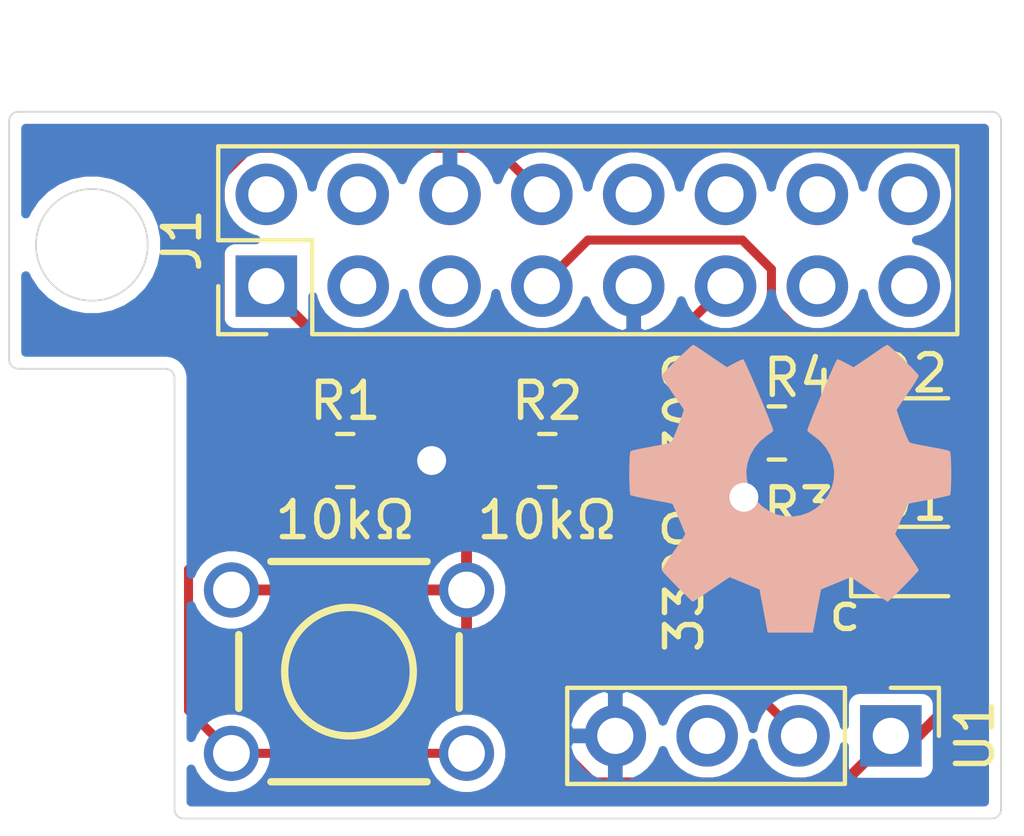
<source format=kicad_pcb>
(kicad_pcb (version 20171130) (host pcbnew 5.1.10-88a1d61d58~90~ubuntu20.04.1)

  (general
    (thickness 1.6)
    (drawings 15)
    (tracks 49)
    (zones 0)
    (modules 10)
    (nets 19)
  )

  (page A4)
  (title_block
    (title "Raspberry Pi")
    (date 2021-08-19)
    (rev V1)
    (company "Tech company")
    (comment 1 "Designed by Igor")
  )

  (layers
    (0 F.Cu signal)
    (31 B.Cu signal)
    (32 B.Adhes user)
    (33 F.Adhes user)
    (34 B.Paste user)
    (35 F.Paste user)
    (36 B.SilkS user)
    (37 F.SilkS user)
    (38 B.Mask user)
    (39 F.Mask user)
    (40 Dwgs.User user)
    (41 Cmts.User user)
    (42 Eco1.User user)
    (43 Eco2.User user)
    (44 Edge.Cuts user)
    (45 Margin user)
    (46 B.CrtYd user)
    (47 F.CrtYd user)
    (48 B.Fab user)
    (49 F.Fab user)
  )

  (setup
    (last_trace_width 0.25)
    (user_trace_width 0.3)
    (trace_clearance 0.2)
    (zone_clearance 0.508)
    (zone_45_only no)
    (trace_min 0.2)
    (via_size 0.8)
    (via_drill 0.4)
    (via_min_size 0.4)
    (via_min_drill 0.3)
    (user_via 1 0.6)
    (uvia_size 0.3)
    (uvia_drill 0.1)
    (uvias_allowed no)
    (uvia_min_size 0.2)
    (uvia_min_drill 0.1)
    (edge_width 0.05)
    (segment_width 0.2)
    (pcb_text_width 0.3)
    (pcb_text_size 1.5 1.5)
    (mod_edge_width 0.12)
    (mod_text_size 1 1)
    (mod_text_width 0.15)
    (pad_size 1.524 1.524)
    (pad_drill 0.762)
    (pad_to_mask_clearance 0)
    (aux_axis_origin 0 0)
    (visible_elements FFFFFF7F)
    (pcbplotparams
      (layerselection 0x010fc_ffffffff)
      (usegerberextensions true)
      (usegerberattributes false)
      (usegerberadvancedattributes false)
      (creategerberjobfile false)
      (excludeedgelayer true)
      (linewidth 0.100000)
      (plotframeref false)
      (viasonmask false)
      (mode 1)
      (useauxorigin false)
      (hpglpennumber 1)
      (hpglpenspeed 20)
      (hpglpendiameter 15.000000)
      (psnegative false)
      (psa4output false)
      (plotreference true)
      (plotvalue true)
      (plotinvisibletext false)
      (padsonsilk false)
      (subtractmaskfromsilk false)
      (outputformat 1)
      (mirror false)
      (drillshape 0)
      (scaleselection 1)
      (outputdirectory "Gerber_RPFSHAT/"))
  )

  (net 0 "")
  (net 1 "Net-(D1-Pad1)")
  (net 2 "Net-(D1-Pad2)")
  (net 3 /3V3)
  (net 4 "Net-(D2-Pad1)")
  (net 5 "Net-(J1-Pad2)")
  (net 6 "Net-(J1-Pad3)")
  (net 7 "Net-(J1-Pad4)")
  (net 8 "Net-(J1-Pad5)")
  (net 9 GND)
  (net 10 /button_in)
  (net 11 "Net-(J1-Pad10)")
  (net 12 "Net-(J1-Pad11)")
  (net 13 "Net-(J1-Pad12)")
  (net 14 "Net-(J1-Pad13)")
  (net 15 "Net-(J1-Pad14)")
  (net 16 "Net-(J1-Pad15)")
  (net 17 "Net-(J1-Pad16)")
  (net 18 "Net-(U1-Pad3)")

  (net_class Default "This is the default net class."
    (clearance 0.2)
    (trace_width 0.25)
    (via_dia 0.8)
    (via_drill 0.4)
    (uvia_dia 0.3)
    (uvia_drill 0.1)
    (add_net /button_in)
    (add_net "Net-(D1-Pad1)")
    (add_net "Net-(D1-Pad2)")
    (add_net "Net-(D2-Pad1)")
    (add_net "Net-(J1-Pad10)")
    (add_net "Net-(J1-Pad11)")
    (add_net "Net-(J1-Pad12)")
    (add_net "Net-(J1-Pad13)")
    (add_net "Net-(J1-Pad14)")
    (add_net "Net-(J1-Pad15)")
    (add_net "Net-(J1-Pad16)")
    (add_net "Net-(J1-Pad2)")
    (add_net "Net-(J1-Pad3)")
    (add_net "Net-(J1-Pad4)")
    (add_net "Net-(J1-Pad5)")
    (add_net "Net-(U1-Pad3)")
  )

  (net_class Power ""
    (clearance 0.3)
    (trace_width 0.3)
    (via_dia 1)
    (via_drill 0.8)
    (uvia_dia 0.3)
    (uvia_drill 0.1)
    (add_net /3V3)
    (add_net GND)
  )

  (module Symbol:OSHW-Symbol_8.9x8mm_SilkScreen (layer B.Cu) (tedit 0) (tstamp 6120762C)
    (at 123.698 109.22)
    (descr "Open Source Hardware Symbol")
    (tags "Logo Symbol OSHW")
    (attr virtual)
    (fp_text reference REF** (at 0 0) (layer B.SilkS) hide
      (effects (font (size 1 1) (thickness 0.15)) (justify mirror))
    )
    (fp_text value OSHW-Symbol_8.9x8mm_SilkScreen (at 0.75 0) (layer B.Fab) hide
      (effects (font (size 1 1) (thickness 0.15)) (justify mirror))
    )
    (fp_poly (pts (xy 0.746536 3.399573) (xy 0.859118 2.802382) (xy 1.274531 2.631135) (xy 1.689945 2.459888)
      (xy 2.188302 2.798767) (xy 2.327869 2.893123) (xy 2.454029 2.97737) (xy 2.560896 3.047662)
      (xy 2.642583 3.100153) (xy 2.693202 3.130996) (xy 2.706987 3.137647) (xy 2.731821 3.120542)
      (xy 2.784889 3.073256) (xy 2.860241 3.001828) (xy 2.95193 2.9123) (xy 3.054008 2.810711)
      (xy 3.160527 2.703102) (xy 3.265537 2.595513) (xy 3.363092 2.493985) (xy 3.447243 2.404559)
      (xy 3.512041 2.333274) (xy 3.551538 2.286172) (xy 3.560981 2.270408) (xy 3.547392 2.241347)
      (xy 3.509294 2.177679) (xy 3.450694 2.085633) (xy 3.375598 1.971436) (xy 3.288009 1.841316)
      (xy 3.237255 1.767099) (xy 3.144746 1.631578) (xy 3.062541 1.509284) (xy 2.994631 1.406305)
      (xy 2.945001 1.328727) (xy 2.917641 1.282639) (xy 2.91353 1.272953) (xy 2.92285 1.245426)
      (xy 2.948255 1.181272) (xy 2.985912 1.08951) (xy 3.031987 0.979161) (xy 3.082647 0.859245)
      (xy 3.13406 0.738781) (xy 3.18239 0.626791) (xy 3.223807 0.532293) (xy 3.254475 0.464308)
      (xy 3.270562 0.431857) (xy 3.271512 0.43058) (xy 3.296773 0.424383) (xy 3.364046 0.41056)
      (xy 3.466361 0.390468) (xy 3.596742 0.365466) (xy 3.748217 0.336914) (xy 3.836594 0.320449)
      (xy 3.998453 0.289631) (xy 4.14465 0.260306) (xy 4.267788 0.234079) (xy 4.36047 0.212554)
      (xy 4.415302 0.197335) (xy 4.426324 0.192507) (xy 4.437119 0.159826) (xy 4.44583 0.086015)
      (xy 4.452461 -0.020292) (xy 4.457019 -0.150467) (xy 4.45951 -0.295876) (xy 4.459939 -0.44789)
      (xy 4.458312 -0.597877) (xy 4.454636 -0.737206) (xy 4.448916 -0.857245) (xy 4.441158 -0.949365)
      (xy 4.431369 -1.004932) (xy 4.425497 -1.0165) (xy 4.3904 -1.030365) (xy 4.316029 -1.050188)
      (xy 4.212224 -1.073639) (xy 4.08882 -1.098391) (xy 4.045742 -1.106398) (xy 3.838048 -1.144441)
      (xy 3.673985 -1.175079) (xy 3.548131 -1.199529) (xy 3.455066 -1.219009) (xy 3.389368 -1.234736)
      (xy 3.345618 -1.247928) (xy 3.318393 -1.259804) (xy 3.302273 -1.27158) (xy 3.300018 -1.273908)
      (xy 3.277504 -1.3114) (xy 3.243159 -1.384365) (xy 3.200412 -1.483867) (xy 3.152693 -1.600973)
      (xy 3.103431 -1.726748) (xy 3.056056 -1.852257) (xy 3.013996 -1.968565) (xy 2.980681 -2.066739)
      (xy 2.959542 -2.137843) (xy 2.954006 -2.172942) (xy 2.954467 -2.174172) (xy 2.973224 -2.202861)
      (xy 3.015777 -2.265985) (xy 3.077654 -2.356973) (xy 3.154383 -2.469255) (xy 3.241492 -2.59626)
      (xy 3.266299 -2.632353) (xy 3.354753 -2.763203) (xy 3.432589 -2.882591) (xy 3.495567 -2.983662)
      (xy 3.539446 -3.059559) (xy 3.559986 -3.103427) (xy 3.560981 -3.108817) (xy 3.543723 -3.137144)
      (xy 3.496036 -3.193261) (xy 3.424051 -3.271137) (xy 3.333898 -3.36474) (xy 3.231706 -3.468041)
      (xy 3.123606 -3.575006) (xy 3.015729 -3.679606) (xy 2.914205 -3.775809) (xy 2.825163 -3.857584)
      (xy 2.754734 -3.9189) (xy 2.709048 -3.953726) (xy 2.69641 -3.959412) (xy 2.666992 -3.94602)
      (xy 2.606762 -3.909899) (xy 2.52553 -3.857136) (xy 2.463031 -3.814667) (xy 2.349786 -3.73674)
      (xy 2.215675 -3.644984) (xy 2.081156 -3.553375) (xy 2.008834 -3.504346) (xy 1.764039 -3.33877)
      (xy 1.558551 -3.449875) (xy 1.464937 -3.498548) (xy 1.385331 -3.536381) (xy 1.331468 -3.557958)
      (xy 1.317758 -3.560961) (xy 1.301271 -3.538793) (xy 1.268746 -3.476149) (xy 1.222609 -3.378809)
      (xy 1.165291 -3.252549) (xy 1.099217 -3.10315) (xy 1.026816 -2.936388) (xy 0.950517 -2.758042)
      (xy 0.872747 -2.573891) (xy 0.795935 -2.389712) (xy 0.722507 -2.211285) (xy 0.654893 -2.044387)
      (xy 0.595521 -1.894797) (xy 0.546817 -1.768293) (xy 0.511211 -1.670654) (xy 0.491131 -1.607657)
      (xy 0.487901 -1.586021) (xy 0.513497 -1.558424) (xy 0.569539 -1.513625) (xy 0.644312 -1.460934)
      (xy 0.650588 -1.456765) (xy 0.843846 -1.302069) (xy 0.999675 -1.121591) (xy 1.116725 -0.921102)
      (xy 1.193646 -0.706374) (xy 1.229087 -0.483177) (xy 1.221698 -0.257281) (xy 1.170128 -0.034459)
      (xy 1.073027 0.179521) (xy 1.044459 0.226336) (xy 0.895869 0.415382) (xy 0.720328 0.567188)
      (xy 0.523911 0.680966) (xy 0.312694 0.755925) (xy 0.092754 0.791278) (xy -0.129836 0.786233)
      (xy -0.348998 0.740001) (xy -0.558657 0.651794) (xy -0.752738 0.520821) (xy -0.812773 0.467663)
      (xy -0.965564 0.301261) (xy -1.076902 0.126088) (xy -1.153276 -0.070266) (xy -1.195812 -0.264717)
      (xy -1.206313 -0.483342) (xy -1.171299 -0.703052) (xy -1.094326 -0.91642) (xy -0.978952 -1.116022)
      (xy -0.828734 -1.294429) (xy -0.647226 -1.444217) (xy -0.623372 -1.460006) (xy -0.547798 -1.511712)
      (xy -0.490348 -1.556512) (xy -0.462882 -1.585117) (xy -0.462482 -1.586021) (xy -0.468379 -1.616964)
      (xy -0.491754 -1.687191) (xy -0.530178 -1.790925) (xy -0.581222 -1.92239) (xy -0.642457 -2.075807)
      (xy -0.711455 -2.245401) (xy -0.785786 -2.425393) (xy -0.863021 -2.610008) (xy -0.940731 -2.793468)
      (xy -1.016488 -2.969996) (xy -1.087862 -3.133814) (xy -1.152425 -3.279147) (xy -1.207747 -3.400217)
      (xy -1.251399 -3.491247) (xy -1.280953 -3.54646) (xy -1.292855 -3.560961) (xy -1.329222 -3.549669)
      (xy -1.397269 -3.519385) (xy -1.485263 -3.47552) (xy -1.533649 -3.449875) (xy -1.739136 -3.33877)
      (xy -1.983931 -3.504346) (xy -2.108893 -3.58917) (xy -2.245704 -3.682516) (xy -2.373911 -3.770408)
      (xy -2.438128 -3.814667) (xy -2.528448 -3.875318) (xy -2.604928 -3.923381) (xy -2.657592 -3.95277)
      (xy -2.674697 -3.958982) (xy -2.699594 -3.942223) (xy -2.754694 -3.895436) (xy -2.834656 -3.82348)
      (xy -2.934139 -3.731212) (xy -3.047799 -3.62349) (xy -3.119684 -3.554326) (xy -3.245448 -3.430757)
      (xy -3.354136 -3.320234) (xy -3.441354 -3.227485) (xy -3.50271 -3.157237) (xy -3.533808 -3.11422)
      (xy -3.536791 -3.10549) (xy -3.522946 -3.072284) (xy -3.484687 -3.005142) (xy -3.426258 -2.910863)
      (xy -3.351902 -2.796245) (xy -3.265864 -2.668083) (xy -3.241397 -2.632353) (xy -3.152245 -2.502489)
      (xy -3.072261 -2.385569) (xy -3.005919 -2.288162) (xy -2.957688 -2.216839) (xy -2.932042 -2.17817)
      (xy -2.929564 -2.174172) (xy -2.93327 -2.143355) (xy -2.952938 -2.075599) (xy -2.985139 -1.979839)
      (xy -3.026444 -1.865009) (xy -3.073424 -1.740044) (xy -3.12265 -1.613879) (xy -3.170691 -1.495448)
      (xy -3.214118 -1.393685) (xy -3.249503 -1.317526) (xy -3.273415 -1.275904) (xy -3.275115 -1.273908)
      (xy -3.289737 -1.262013) (xy -3.314434 -1.25025) (xy -3.354627 -1.237401) (xy -3.415736 -1.222249)
      (xy -3.503182 -1.203576) (xy -3.622387 -1.180165) (xy -3.778772 -1.150797) (xy -3.977756 -1.114255)
      (xy -4.020839 -1.106398) (xy -4.148529 -1.081727) (xy -4.259846 -1.057593) (xy -4.344954 -1.036324)
      (xy -4.394016 -1.020248) (xy -4.400594 -1.0165) (xy -4.411435 -0.983273) (xy -4.420246 -0.909021)
      (xy -4.427023 -0.802376) (xy -4.431759 -0.671967) (xy -4.434449 -0.526427) (xy -4.435086 -0.374386)
      (xy -4.433665 -0.224476) (xy -4.430179 -0.085328) (xy -4.424623 0.034428) (xy -4.416991 0.126159)
      (xy -4.407277 0.181234) (xy -4.401421 0.192507) (xy -4.368819 0.203877) (xy -4.294581 0.222376)
      (xy -4.186103 0.246398) (xy -4.050782 0.274338) (xy -3.896014 0.304592) (xy -3.811692 0.320449)
      (xy -3.651703 0.350356) (xy -3.509032 0.37745) (xy -3.390651 0.400369) (xy -3.303534 0.417757)
      (xy -3.254654 0.428253) (xy -3.246609 0.43058) (xy -3.233012 0.456814) (xy -3.20427 0.520005)
      (xy -3.164214 0.611123) (xy -3.116675 0.721143) (xy -3.065484 0.841035) (xy -3.014473 0.961773)
      (xy -2.967473 1.074329) (xy -2.928315 1.169674) (xy -2.90083 1.238783) (xy -2.88885 1.272626)
      (xy -2.888627 1.274105) (xy -2.902208 1.300803) (xy -2.940284 1.36224) (xy -2.998852 1.452311)
      (xy -3.073911 1.56491) (xy -3.161459 1.69393) (xy -3.212352 1.768039) (xy -3.30509 1.903923)
      (xy -3.387458 2.027291) (xy -3.455438 2.131903) (xy -3.505011 2.211517) (xy -3.532157 2.259893)
      (xy -3.536078 2.270738) (xy -3.519224 2.29598) (xy -3.472631 2.349876) (xy -3.402251 2.426387)
      (xy -3.314034 2.519477) (xy -3.213934 2.623105) (xy -3.107901 2.731236) (xy -3.001888 2.83783)
      (xy -2.901847 2.93685) (xy -2.813729 3.022258) (xy -2.743486 3.088015) (xy -2.697071 3.128084)
      (xy -2.681543 3.137647) (xy -2.65626 3.1242) (xy -2.595788 3.086425) (xy -2.506007 3.028165)
      (xy -2.392796 2.953266) (xy -2.262036 2.865575) (xy -2.1634 2.798767) (xy -1.665042 2.459888)
      (xy -1.249629 2.631135) (xy -0.834215 2.802382) (xy -0.721633 3.399573) (xy -0.60905 3.996765)
      (xy 0.633953 3.996765) (xy 0.746536 3.399573)) (layer B.SilkS) (width 0.01))
  )

  (module LED_SMD:LED_0805_2012Metric (layer F.Cu) (tedit 5F68FEF1) (tstamp 611F5589)
    (at 127.0785 111.252)
    (descr "LED SMD 0805 (2012 Metric), square (rectangular) end terminal, IPC_7351 nominal, (Body size source: https://docs.google.com/spreadsheets/d/1BsfQQcO9C6DZCsRaXUlFlo91Tg2WpOkGARC1WS5S8t0/edit?usp=sharing), generated with kicad-footprint-generator")
    (tags LED)
    (path /611ED98F)
    (attr smd)
    (fp_text reference D1 (at 0 -1.65) (layer F.SilkS)
      (effects (font (size 1 1) (thickness 0.15)))
    )
    (fp_text value LED (at 0 1.65) (layer F.Fab)
      (effects (font (size 1 1) (thickness 0.15)))
    )
    (fp_line (start 1 -0.6) (end -0.7 -0.6) (layer F.Fab) (width 0.1))
    (fp_line (start -0.7 -0.6) (end -1 -0.3) (layer F.Fab) (width 0.1))
    (fp_line (start -1 -0.3) (end -1 0.6) (layer F.Fab) (width 0.1))
    (fp_line (start -1 0.6) (end 1 0.6) (layer F.Fab) (width 0.1))
    (fp_line (start 1 0.6) (end 1 -0.6) (layer F.Fab) (width 0.1))
    (fp_line (start 1 -0.96) (end -1.685 -0.96) (layer F.SilkS) (width 0.12))
    (fp_line (start -1.685 -0.96) (end -1.685 0.96) (layer F.SilkS) (width 0.12))
    (fp_line (start -1.685 0.96) (end 1 0.96) (layer F.SilkS) (width 0.12))
    (fp_line (start -1.68 0.95) (end -1.68 -0.95) (layer F.CrtYd) (width 0.05))
    (fp_line (start -1.68 -0.95) (end 1.68 -0.95) (layer F.CrtYd) (width 0.05))
    (fp_line (start 1.68 -0.95) (end 1.68 0.95) (layer F.CrtYd) (width 0.05))
    (fp_line (start 1.68 0.95) (end -1.68 0.95) (layer F.CrtYd) (width 0.05))
    (fp_text user %R (at 0 0) (layer F.Fab)
      (effects (font (size 0.5 0.5) (thickness 0.08)))
    )
    (pad 1 smd roundrect (at -0.9375 0) (size 0.975 1.4) (layers F.Cu F.Paste F.Mask) (roundrect_rratio 0.25)
      (net 1 "Net-(D1-Pad1)"))
    (pad 2 smd roundrect (at 0.9375 0) (size 0.975 1.4) (layers F.Cu F.Paste F.Mask) (roundrect_rratio 0.25)
      (net 2 "Net-(D1-Pad2)"))
    (model ${KISYS3DMOD}/LED_SMD.3dshapes/LED_0805_2012Metric.wrl
      (at (xyz 0 0 0))
      (scale (xyz 1 1 1))
      (rotate (xyz 0 0 0))
    )
  )

  (module LED_SMD:LED_0805_2012Metric (layer F.Cu) (tedit 5F68FEF1) (tstamp 611F559C)
    (at 127.0785 107.696)
    (descr "LED SMD 0805 (2012 Metric), square (rectangular) end terminal, IPC_7351 nominal, (Body size source: https://docs.google.com/spreadsheets/d/1BsfQQcO9C6DZCsRaXUlFlo91Tg2WpOkGARC1WS5S8t0/edit?usp=sharing), generated with kicad-footprint-generator")
    (tags LED)
    (path /612243D9)
    (attr smd)
    (fp_text reference D2 (at 0 -1.65) (layer F.SilkS)
      (effects (font (size 1 1) (thickness 0.15)))
    )
    (fp_text value LED (at 0 1.65) (layer F.Fab)
      (effects (font (size 1 1) (thickness 0.15)))
    )
    (fp_line (start 1.68 0.95) (end -1.68 0.95) (layer F.CrtYd) (width 0.05))
    (fp_line (start 1.68 -0.95) (end 1.68 0.95) (layer F.CrtYd) (width 0.05))
    (fp_line (start -1.68 -0.95) (end 1.68 -0.95) (layer F.CrtYd) (width 0.05))
    (fp_line (start -1.68 0.95) (end -1.68 -0.95) (layer F.CrtYd) (width 0.05))
    (fp_line (start -1.685 0.96) (end 1 0.96) (layer F.SilkS) (width 0.12))
    (fp_line (start -1.685 -0.96) (end -1.685 0.96) (layer F.SilkS) (width 0.12))
    (fp_line (start 1 -0.96) (end -1.685 -0.96) (layer F.SilkS) (width 0.12))
    (fp_line (start 1 0.6) (end 1 -0.6) (layer F.Fab) (width 0.1))
    (fp_line (start -1 0.6) (end 1 0.6) (layer F.Fab) (width 0.1))
    (fp_line (start -1 -0.3) (end -1 0.6) (layer F.Fab) (width 0.1))
    (fp_line (start -0.7 -0.6) (end -1 -0.3) (layer F.Fab) (width 0.1))
    (fp_line (start 1 -0.6) (end -0.7 -0.6) (layer F.Fab) (width 0.1))
    (fp_text user %R (at 0 0) (layer F.Fab)
      (effects (font (size 0.5 0.5) (thickness 0.08)))
    )
    (pad 2 smd roundrect (at 0.9375 0) (size 0.975 1.4) (layers F.Cu F.Paste F.Mask) (roundrect_rratio 0.25)
      (net 3 /3V3))
    (pad 1 smd roundrect (at -0.9375 0) (size 0.975 1.4) (layers F.Cu F.Paste F.Mask) (roundrect_rratio 0.25)
      (net 4 "Net-(D2-Pad1)"))
    (model ${KISYS3DMOD}/LED_SMD.3dshapes/LED_0805_2012Metric.wrl
      (at (xyz 0 0 0))
      (scale (xyz 1 1 1))
      (rotate (xyz 0 0 0))
    )
  )

  (module Resistor_SMD:R_0805_2012Metric (layer F.Cu) (tedit 5F68FEEE) (tstamp 611F6236)
    (at 111.4025 108.458)
    (descr "Resistor SMD 0805 (2012 Metric), square (rectangular) end terminal, IPC_7351 nominal, (Body size source: IPC-SM-782 page 72, https://www.pcb-3d.com/wordpress/wp-content/uploads/ipc-sm-782a_amendment_1_and_2.pdf), generated with kicad-footprint-generator")
    (tags resistor)
    (path /611EC9AB)
    (attr smd)
    (fp_text reference R1 (at 0 -1.65) (layer F.SilkS)
      (effects (font (size 1 1) (thickness 0.15)))
    )
    (fp_text value 10kΩ (at 0 1.65) (layer F.SilkS)
      (effects (font (size 1 1) (thickness 0.15)))
    )
    (fp_line (start 1.68 0.95) (end -1.68 0.95) (layer F.CrtYd) (width 0.05))
    (fp_line (start 1.68 -0.95) (end 1.68 0.95) (layer F.CrtYd) (width 0.05))
    (fp_line (start -1.68 -0.95) (end 1.68 -0.95) (layer F.CrtYd) (width 0.05))
    (fp_line (start -1.68 0.95) (end -1.68 -0.95) (layer F.CrtYd) (width 0.05))
    (fp_line (start -0.227064 0.735) (end 0.227064 0.735) (layer F.SilkS) (width 0.12))
    (fp_line (start -0.227064 -0.735) (end 0.227064 -0.735) (layer F.SilkS) (width 0.12))
    (fp_line (start 1 0.625) (end -1 0.625) (layer F.Fab) (width 0.1))
    (fp_line (start 1 -0.625) (end 1 0.625) (layer F.Fab) (width 0.1))
    (fp_line (start -1 -0.625) (end 1 -0.625) (layer F.Fab) (width 0.1))
    (fp_line (start -1 0.625) (end -1 -0.625) (layer F.Fab) (width 0.1))
    (fp_text user %R (at 0 0) (layer F.Fab)
      (effects (font (size 0.5 0.5) (thickness 0.08)))
    )
    (pad 2 smd roundrect (at 0.9125 0) (size 1.025 1.4) (layers F.Cu F.Paste F.Mask) (roundrect_rratio 0.2439014634146341)
      (net 9 GND))
    (pad 1 smd roundrect (at -0.9125 0) (size 1.025 1.4) (layers F.Cu F.Paste F.Mask) (roundrect_rratio 0.2439014634146341)
      (net 10 /button_in))
    (model ${KISYS3DMOD}/Resistor_SMD.3dshapes/R_0805_2012Metric.wrl
      (at (xyz 0 0 0))
      (scale (xyz 1 1 1))
      (rotate (xyz 0 0 0))
    )
  )

  (module Resistor_SMD:R_0805_2012Metric (layer F.Cu) (tedit 5F68FEEE) (tstamp 611F55E4)
    (at 116.9905 108.458)
    (descr "Resistor SMD 0805 (2012 Metric), square (rectangular) end terminal, IPC_7351 nominal, (Body size source: IPC-SM-782 page 72, https://www.pcb-3d.com/wordpress/wp-content/uploads/ipc-sm-782a_amendment_1_and_2.pdf), generated with kicad-footprint-generator")
    (tags resistor)
    (path /611ED135)
    (attr smd)
    (fp_text reference R2 (at 0 -1.65) (layer F.SilkS)
      (effects (font (size 1 1) (thickness 0.15)))
    )
    (fp_text value 10kΩ (at 0 1.65) (layer F.SilkS)
      (effects (font (size 1 1) (thickness 0.15)))
    )
    (fp_line (start -1 0.625) (end -1 -0.625) (layer F.Fab) (width 0.1))
    (fp_line (start -1 -0.625) (end 1 -0.625) (layer F.Fab) (width 0.1))
    (fp_line (start 1 -0.625) (end 1 0.625) (layer F.Fab) (width 0.1))
    (fp_line (start 1 0.625) (end -1 0.625) (layer F.Fab) (width 0.1))
    (fp_line (start -0.227064 -0.735) (end 0.227064 -0.735) (layer F.SilkS) (width 0.12))
    (fp_line (start -0.227064 0.735) (end 0.227064 0.735) (layer F.SilkS) (width 0.12))
    (fp_line (start -1.68 0.95) (end -1.68 -0.95) (layer F.CrtYd) (width 0.05))
    (fp_line (start -1.68 -0.95) (end 1.68 -0.95) (layer F.CrtYd) (width 0.05))
    (fp_line (start 1.68 -0.95) (end 1.68 0.95) (layer F.CrtYd) (width 0.05))
    (fp_line (start 1.68 0.95) (end -1.68 0.95) (layer F.CrtYd) (width 0.05))
    (fp_text user %R (at 0 0) (layer F.Fab)
      (effects (font (size 0.5 0.5) (thickness 0.08)))
    )
    (pad 1 smd roundrect (at -0.9125 0) (size 1.025 1.4) (layers F.Cu F.Paste F.Mask) (roundrect_rratio 0.2439014634146341)
      (net 3 /3V3))
    (pad 2 smd roundrect (at 0.9125 0) (size 1.025 1.4) (layers F.Cu F.Paste F.Mask) (roundrect_rratio 0.2439014634146341)
      (net 12 "Net-(J1-Pad11)"))
    (model ${KISYS3DMOD}/Resistor_SMD.3dshapes/R_0805_2012Metric.wrl
      (at (xyz 0 0 0))
      (scale (xyz 1 1 1))
      (rotate (xyz 0 0 0))
    )
  )

  (module Resistor_SMD:R_0805_2012Metric (layer F.Cu) (tedit 5F68FEEE) (tstamp 611F55F5)
    (at 123.2935 111.252 180)
    (descr "Resistor SMD 0805 (2012 Metric), square (rectangular) end terminal, IPC_7351 nominal, (Body size source: IPC-SM-782 page 72, https://www.pcb-3d.com/wordpress/wp-content/uploads/ipc-sm-782a_amendment_1_and_2.pdf), generated with kicad-footprint-generator")
    (tags resistor)
    (path /611ED344)
    (attr smd)
    (fp_text reference R3 (at -0.6585 1.524) (layer F.SilkS)
      (effects (font (size 1 1) (thickness 0.15)))
    )
    (fp_text value 330Ω (at 2.5165 -0.508 90) (layer F.SilkS)
      (effects (font (size 1 1) (thickness 0.15)))
    )
    (fp_line (start 1.68 0.95) (end -1.68 0.95) (layer F.CrtYd) (width 0.05))
    (fp_line (start 1.68 -0.95) (end 1.68 0.95) (layer F.CrtYd) (width 0.05))
    (fp_line (start -1.68 -0.95) (end 1.68 -0.95) (layer F.CrtYd) (width 0.05))
    (fp_line (start -1.68 0.95) (end -1.68 -0.95) (layer F.CrtYd) (width 0.05))
    (fp_line (start -0.227064 0.735) (end 0.227064 0.735) (layer F.SilkS) (width 0.12))
    (fp_line (start -0.227064 -0.735) (end 0.227064 -0.735) (layer F.SilkS) (width 0.12))
    (fp_line (start 1 0.625) (end -1 0.625) (layer F.Fab) (width 0.1))
    (fp_line (start 1 -0.625) (end 1 0.625) (layer F.Fab) (width 0.1))
    (fp_line (start -1 -0.625) (end 1 -0.625) (layer F.Fab) (width 0.1))
    (fp_line (start -1 0.625) (end -1 -0.625) (layer F.Fab) (width 0.1))
    (fp_text user %R (at 0 0) (layer F.Fab)
      (effects (font (size 0.5 0.5) (thickness 0.08)))
    )
    (pad 2 smd roundrect (at 0.9125 0 180) (size 1.025 1.4) (layers F.Cu F.Paste F.Mask) (roundrect_rratio 0.2439014634146341)
      (net 9 GND))
    (pad 1 smd roundrect (at -0.9125 0 180) (size 1.025 1.4) (layers F.Cu F.Paste F.Mask) (roundrect_rratio 0.2439014634146341)
      (net 1 "Net-(D1-Pad1)"))
    (model ${KISYS3DMOD}/Resistor_SMD.3dshapes/R_0805_2012Metric.wrl
      (at (xyz 0 0 0))
      (scale (xyz 1 1 1))
      (rotate (xyz 0 0 0))
    )
  )

  (module Resistor_SMD:R_0805_2012Metric (layer F.Cu) (tedit 5F68FEEE) (tstamp 611F610A)
    (at 123.3405 107.696 180)
    (descr "Resistor SMD 0805 (2012 Metric), square (rectangular) end terminal, IPC_7351 nominal, (Body size source: IPC-SM-782 page 72, https://www.pcb-3d.com/wordpress/wp-content/uploads/ipc-sm-782a_amendment_1_and_2.pdf), generated with kicad-footprint-generator")
    (tags resistor)
    (path /612243D3)
    (attr smd)
    (fp_text reference R4 (at -0.6115 1.524) (layer F.SilkS)
      (effects (font (size 1 1) (thickness 0.15)))
    )
    (fp_text value 330Ω (at 2.5635 0.254 90) (layer F.SilkS)
      (effects (font (size 1 1) (thickness 0.15)))
    )
    (fp_line (start -1 0.625) (end -1 -0.625) (layer F.Fab) (width 0.1))
    (fp_line (start -1 -0.625) (end 1 -0.625) (layer F.Fab) (width 0.1))
    (fp_line (start 1 -0.625) (end 1 0.625) (layer F.Fab) (width 0.1))
    (fp_line (start 1 0.625) (end -1 0.625) (layer F.Fab) (width 0.1))
    (fp_line (start -0.227064 -0.735) (end 0.227064 -0.735) (layer F.SilkS) (width 0.12))
    (fp_line (start -0.227064 0.735) (end 0.227064 0.735) (layer F.SilkS) (width 0.12))
    (fp_line (start -1.68 0.95) (end -1.68 -0.95) (layer F.CrtYd) (width 0.05))
    (fp_line (start -1.68 -0.95) (end 1.68 -0.95) (layer F.CrtYd) (width 0.05))
    (fp_line (start 1.68 -0.95) (end 1.68 0.95) (layer F.CrtYd) (width 0.05))
    (fp_line (start 1.68 0.95) (end -1.68 0.95) (layer F.CrtYd) (width 0.05))
    (fp_text user %R (at 0 0) (layer F.Fab)
      (effects (font (size 0.5 0.5) (thickness 0.08)))
    )
    (pad 1 smd roundrect (at -0.9125 0 180) (size 1.025 1.4) (layers F.Cu F.Paste F.Mask) (roundrect_rratio 0.2439014634146341)
      (net 4 "Net-(D2-Pad1)"))
    (pad 2 smd roundrect (at 0.9125 0 180) (size 1.025 1.4) (layers F.Cu F.Paste F.Mask) (roundrect_rratio 0.2439014634146341)
      (net 9 GND))
    (model ${KISYS3DMOD}/Resistor_SMD.3dshapes/R_0805_2012Metric.wrl
      (at (xyz 0 0 0))
      (scale (xyz 1 1 1))
      (rotate (xyz 0 0 0))
    )
  )

  (module freetronics_footprints:SW_PUSHBUTTON_PTH (layer F.Cu) (tedit 5477A5C1) (tstamp 611F5622)
    (at 111.506 114.3)
    (descr "<b>OMRON SWITCH</b>")
    (path /611EBD40)
    (fp_text reference SW1 (at -0.05 0) (layer Eco1.User)
      (effects (font (size 0.6 0.6) (thickness 0.1)))
    )
    (fp_text value SW_DPST (at 0 0) (layer Eco1.User) hide
      (effects (font (size 0 0) (thickness 0.000001)))
    )
    (fp_line (start 3.048 -1.016) (end 3.048 -2.54) (layer Cmts.User) (width 0.2032))
    (fp_line (start 3.048 -2.54) (end 2.54 -3.048) (layer Cmts.User) (width 0.2032))
    (fp_line (start 2.54 3.048) (end 3.048 2.54) (layer Cmts.User) (width 0.2032))
    (fp_line (start 3.048 2.54) (end 3.048 1.016) (layer Cmts.User) (width 0.2032))
    (fp_line (start -2.54 -3.048) (end -3.048 -2.54) (layer Cmts.User) (width 0.2032))
    (fp_line (start -3.048 -2.54) (end -3.048 -1.016) (layer Cmts.User) (width 0.2032))
    (fp_line (start -2.54 3.048) (end -3.048 2.54) (layer Cmts.User) (width 0.2032))
    (fp_line (start -3.048 2.54) (end -3.048 1.016) (layer Cmts.User) (width 0.2032))
    (fp_line (start 2.54 3.048) (end 2.159 3.048) (layer Cmts.User) (width 0.2032))
    (fp_line (start -2.54 3.048) (end -2.159 3.048) (layer Cmts.User) (width 0.2032))
    (fp_line (start -2.54 -3.048) (end -2.159 -3.048) (layer Cmts.User) (width 0.2032))
    (fp_line (start 2.54 -3.048) (end 2.159 -3.048) (layer Cmts.User) (width 0.2032))
    (fp_line (start 2.159 -3.048) (end -2.159 -3.048) (layer F.SilkS) (width 0.2032))
    (fp_line (start -2.159 3.048) (end 2.159 3.048) (layer F.SilkS) (width 0.2032))
    (fp_line (start 3.048 -0.99568) (end 3.048 1.016) (layer F.SilkS) (width 0.2032))
    (fp_line (start -3.048 -1.02616) (end -3.048 1.016) (layer F.SilkS) (width 0.2032))
    (fp_line (start -2.54 -1.27) (end -2.54 -0.508) (layer Cmts.User) (width 0.2032))
    (fp_line (start -2.54 0.508) (end -2.54 1.27) (layer Cmts.User) (width 0.2032))
    (fp_line (start -2.54 -0.508) (end -2.159 0.381) (layer Cmts.User) (width 0.2032))
    (fp_circle (center 0 0) (end 1.778 0) (layer F.SilkS) (width 0.2032))
    (pad 1 thru_hole oval (at -3.2512 -2.2606) (size 1.524 1.524) (drill 1.016) (layers *.Cu *.Mask)
      (net 3 /3V3))
    (pad 1 thru_hole oval (at 3.2512 -2.2606) (size 1.524 1.524) (drill 1.016) (layers *.Cu *.Mask)
      (net 3 /3V3))
    (pad 2 thru_hole oval (at -3.2512 2.2606) (size 1.524 1.524) (drill 1.016) (layers *.Cu *.Mask)
      (net 10 /button_in))
    (pad 2 thru_hole oval (at 3.2512 2.2606) (size 1.524 1.524) (drill 1.016) (layers *.Cu *.Mask)
      (net 10 /button_in))
  )

  (module Connector_PinHeader_2.54mm:PinHeader_1x04_P2.54mm_Vertical (layer F.Cu) (tedit 59FED5CC) (tstamp 611FF2A7)
    (at 126.492 116.078 270)
    (descr "Through hole straight pin header, 1x04, 2.54mm pitch, single row")
    (tags "Through hole pin header THT 1x04 2.54mm single row")
    (path /611EE933)
    (fp_text reference U1 (at 0 -2.33 90) (layer F.SilkS)
      (effects (font (size 1 1) (thickness 0.15)))
    )
    (fp_text value DHT22 (at 0 9.95 90) (layer F.Fab)
      (effects (font (size 1 1) (thickness 0.15)))
    )
    (fp_line (start 1.8 -1.8) (end -1.8 -1.8) (layer F.CrtYd) (width 0.05))
    (fp_line (start 1.8 9.4) (end 1.8 -1.8) (layer F.CrtYd) (width 0.05))
    (fp_line (start -1.8 9.4) (end 1.8 9.4) (layer F.CrtYd) (width 0.05))
    (fp_line (start -1.8 -1.8) (end -1.8 9.4) (layer F.CrtYd) (width 0.05))
    (fp_line (start -1.33 -1.33) (end 0 -1.33) (layer F.SilkS) (width 0.12))
    (fp_line (start -1.33 0) (end -1.33 -1.33) (layer F.SilkS) (width 0.12))
    (fp_line (start -1.33 1.27) (end 1.33 1.27) (layer F.SilkS) (width 0.12))
    (fp_line (start 1.33 1.27) (end 1.33 8.95) (layer F.SilkS) (width 0.12))
    (fp_line (start -1.33 1.27) (end -1.33 8.95) (layer F.SilkS) (width 0.12))
    (fp_line (start -1.33 8.95) (end 1.33 8.95) (layer F.SilkS) (width 0.12))
    (fp_line (start -1.27 -0.635) (end -0.635 -1.27) (layer F.Fab) (width 0.1))
    (fp_line (start -1.27 8.89) (end -1.27 -0.635) (layer F.Fab) (width 0.1))
    (fp_line (start 1.27 8.89) (end -1.27 8.89) (layer F.Fab) (width 0.1))
    (fp_line (start 1.27 -1.27) (end 1.27 8.89) (layer F.Fab) (width 0.1))
    (fp_line (start -0.635 -1.27) (end 1.27 -1.27) (layer F.Fab) (width 0.1))
    (fp_text user %R (at 0 3.81) (layer F.Fab)
      (effects (font (size 1 1) (thickness 0.15)))
    )
    (pad 1 thru_hole rect (at 0 0 270) (size 1.7 1.7) (drill 1) (layers *.Cu *.Mask)
      (net 3 /3V3))
    (pad 2 thru_hole oval (at 0 2.54 270) (size 1.7 1.7) (drill 1) (layers *.Cu *.Mask)
      (net 12 "Net-(J1-Pad11)"))
    (pad 3 thru_hole oval (at 0 5.08 270) (size 1.7 1.7) (drill 1) (layers *.Cu *.Mask)
      (net 18 "Net-(U1-Pad3)"))
    (pad 4 thru_hole oval (at 0 7.62 270) (size 1.7 1.7) (drill 1) (layers *.Cu *.Mask)
      (net 9 GND))
    (model ${KISYS3DMOD}/Connector_PinHeader_2.54mm.3dshapes/PinHeader_1x04_P2.54mm_Vertical.wrl
      (at (xyz 0 0 0))
      (scale (xyz 1 1 1))
      (rotate (xyz 0 0 0))
    )
  )

  (module Connector_PinHeader_2.54mm:PinHeader_2x08_P2.54mm_Vertical (layer F.Cu) (tedit 59FED5CC) (tstamp 611FF92C)
    (at 109.22 103.632 90)
    (descr "Through hole straight pin header, 2x08, 2.54mm pitch, double rows")
    (tags "Through hole pin header THT 2x08 2.54mm double row")
    (path /611E9084)
    (fp_text reference J1 (at 1.27 -2.33 90) (layer F.SilkS)
      (effects (font (size 1 1) (thickness 0.15)))
    )
    (fp_text value Raspberry_Pi_2_3 (at 1.27 20.11 90) (layer F.Fab)
      (effects (font (size 1 1) (thickness 0.15)))
    )
    (fp_line (start 4.35 -1.8) (end -1.8 -1.8) (layer F.CrtYd) (width 0.05))
    (fp_line (start 4.35 19.55) (end 4.35 -1.8) (layer F.CrtYd) (width 0.05))
    (fp_line (start -1.8 19.55) (end 4.35 19.55) (layer F.CrtYd) (width 0.05))
    (fp_line (start -1.8 -1.8) (end -1.8 19.55) (layer F.CrtYd) (width 0.05))
    (fp_line (start -1.33 -1.33) (end 0 -1.33) (layer F.SilkS) (width 0.12))
    (fp_line (start -1.33 0) (end -1.33 -1.33) (layer F.SilkS) (width 0.12))
    (fp_line (start 1.27 -1.33) (end 3.87 -1.33) (layer F.SilkS) (width 0.12))
    (fp_line (start 1.27 1.27) (end 1.27 -1.33) (layer F.SilkS) (width 0.12))
    (fp_line (start -1.33 1.27) (end 1.27 1.27) (layer F.SilkS) (width 0.12))
    (fp_line (start 3.87 -1.33) (end 3.87 19.11) (layer F.SilkS) (width 0.12))
    (fp_line (start -1.33 1.27) (end -1.33 19.11) (layer F.SilkS) (width 0.12))
    (fp_line (start -1.33 19.11) (end 3.87 19.11) (layer F.SilkS) (width 0.12))
    (fp_line (start -1.27 0) (end 0 -1.27) (layer F.Fab) (width 0.1))
    (fp_line (start -1.27 19.05) (end -1.27 0) (layer F.Fab) (width 0.1))
    (fp_line (start 3.81 19.05) (end -1.27 19.05) (layer F.Fab) (width 0.1))
    (fp_line (start 3.81 -1.27) (end 3.81 19.05) (layer F.Fab) (width 0.1))
    (fp_line (start 0 -1.27) (end 3.81 -1.27) (layer F.Fab) (width 0.1))
    (fp_text user %R (at 1.27 8.89) (layer F.Fab)
      (effects (font (size 1 1) (thickness 0.15)))
    )
    (pad 1 thru_hole rect (at 0 0 90) (size 1.7 1.7) (drill 1) (layers *.Cu *.Mask)
      (net 3 /3V3))
    (pad 2 thru_hole oval (at 2.54 0 90) (size 1.7 1.7) (drill 1) (layers *.Cu *.Mask)
      (net 5 "Net-(J1-Pad2)"))
    (pad 3 thru_hole oval (at 0 2.54 90) (size 1.7 1.7) (drill 1) (layers *.Cu *.Mask)
      (net 6 "Net-(J1-Pad3)"))
    (pad 4 thru_hole oval (at 2.54 2.54 90) (size 1.7 1.7) (drill 1) (layers *.Cu *.Mask)
      (net 7 "Net-(J1-Pad4)"))
    (pad 5 thru_hole oval (at 0 5.08 90) (size 1.7 1.7) (drill 1) (layers *.Cu *.Mask)
      (net 8 "Net-(J1-Pad5)"))
    (pad 6 thru_hole oval (at 2.54 5.08 90) (size 1.7 1.7) (drill 1) (layers *.Cu *.Mask)
      (net 9 GND))
    (pad 7 thru_hole oval (at 0 7.62 90) (size 1.7 1.7) (drill 1) (layers *.Cu *.Mask)
      (net 2 "Net-(D1-Pad2)"))
    (pad 8 thru_hole oval (at 2.54 7.62 90) (size 1.7 1.7) (drill 1) (layers *.Cu *.Mask)
      (net 10 /button_in))
    (pad 9 thru_hole oval (at 0 10.16 90) (size 1.7 1.7) (drill 1) (layers *.Cu *.Mask)
      (net 9 GND))
    (pad 10 thru_hole oval (at 2.54 10.16 90) (size 1.7 1.7) (drill 1) (layers *.Cu *.Mask)
      (net 11 "Net-(J1-Pad10)"))
    (pad 11 thru_hole oval (at 0 12.7 90) (size 1.7 1.7) (drill 1) (layers *.Cu *.Mask)
      (net 12 "Net-(J1-Pad11)"))
    (pad 12 thru_hole oval (at 2.54 12.7 90) (size 1.7 1.7) (drill 1) (layers *.Cu *.Mask)
      (net 13 "Net-(J1-Pad12)"))
    (pad 13 thru_hole oval (at 0 15.24 90) (size 1.7 1.7) (drill 1) (layers *.Cu *.Mask)
      (net 14 "Net-(J1-Pad13)"))
    (pad 14 thru_hole oval (at 2.54 15.24 90) (size 1.7 1.7) (drill 1) (layers *.Cu *.Mask)
      (net 15 "Net-(J1-Pad14)"))
    (pad 15 thru_hole oval (at 0 17.78 90) (size 1.7 1.7) (drill 1) (layers *.Cu *.Mask)
      (net 16 "Net-(J1-Pad15)"))
    (pad 16 thru_hole oval (at 2.54 17.78 90) (size 1.7 1.7) (drill 1) (layers *.Cu *.Mask)
      (net 17 "Net-(J1-Pad16)"))
    (model ${KISYS3DMOD}/Connector_PinHeader_2.54mm.3dshapes/PinHeader_2x08_P2.54mm_Vertical.wrl
      (at (xyz 0 0 0))
      (scale (xyz 1 1 1))
      (rotate (xyz 0 0 0))
    )
  )

  (gr_text c (at 125.349 109.093) (layer F.SilkS)
    (effects (font (size 1 1) (thickness 0.15)))
  )
  (gr_text c (at 125.222 112.649) (layer F.SilkS)
    (effects (font (size 1 1) (thickness 0.15)))
  )
  (gr_line (start 129.286 98.806) (end 102.362 98.806) (layer Edge.Cuts) (width 0.05) (tstamp 611FE861))
  (gr_line (start 129.54 118.11) (end 129.54 99.06) (layer Edge.Cuts) (width 0.05) (tstamp 611FE860))
  (gr_line (start 106.934 118.364) (end 129.286 118.364) (layer Edge.Cuts) (width 0.05) (tstamp 611FE85F))
  (gr_line (start 106.68 106.172) (end 106.68 118.11) (layer Edge.Cuts) (width 0.05) (tstamp 611FE85E))
  (gr_line (start 102.362 105.918) (end 106.426 105.918) (layer Edge.Cuts) (width 0.05) (tstamp 611FE85D))
  (gr_line (start 102.108 99.06) (end 102.108 105.664) (layer Edge.Cuts) (width 0.05) (tstamp 611FE85C))
  (gr_arc (start 129.286 99.06) (end 129.54 99.06) (angle -90) (layer Edge.Cuts) (width 0.05))
  (gr_arc (start 129.286 118.11) (end 129.286 118.364) (angle -90) (layer Edge.Cuts) (width 0.05))
  (gr_arc (start 106.934 118.11) (end 106.68 118.11) (angle -90) (layer Edge.Cuts) (width 0.05))
  (gr_arc (start 106.426 106.172) (end 106.68 106.172) (angle -90) (layer Edge.Cuts) (width 0.05))
  (gr_arc (start 102.362 105.664) (end 102.108 105.664) (angle -90) (layer Edge.Cuts) (width 0.05))
  (gr_arc (start 102.362 99.06) (end 102.362 98.806) (angle -90) (layer Edge.Cuts) (width 0.05))
  (gr_circle (center 104.394 102.489) (end 105.939 102.489) (layer Edge.Cuts) (width 0.05))

  (segment (start 124.206 111.252) (end 126.141 111.252) (width 0.25) (layer F.Cu) (net 1))
  (segment (start 122.384001 102.356999) (end 123.19 103.162998) (width 0.25) (layer F.Cu) (net 2))
  (segment (start 118.115001 102.356999) (end 122.384001 102.356999) (width 0.25) (layer F.Cu) (net 2))
  (segment (start 116.84 103.632) (end 118.115001 102.356999) (width 0.25) (layer F.Cu) (net 2))
  (segment (start 127.10349 107.15414) (end 127.10349 110.33949) (width 0.25) (layer F.Cu) (net 2))
  (segment (start 126.62034 106.67099) (end 127.10349 107.15414) (width 0.25) (layer F.Cu) (net 2))
  (segment (start 125.72099 106.67099) (end 126.62034 106.67099) (width 0.25) (layer F.Cu) (net 2))
  (segment (start 123.19 104.14) (end 125.72099 106.67099) (width 0.25) (layer F.Cu) (net 2))
  (segment (start 127.10349 110.33949) (end 128.016 111.252) (width 0.25) (layer F.Cu) (net 2))
  (segment (start 123.19 103.162998) (end 123.19 104.14) (width 0.25) (layer F.Cu) (net 2))
  (segment (start 114.7572 112.0394) (end 108.2548 112.0394) (width 0.3) (layer F.Cu) (net 3))
  (segment (start 114.7572 109.7788) (end 116.078 108.458) (width 0.3) (layer F.Cu) (net 3))
  (segment (start 114.7572 112.0394) (end 114.7572 109.7788) (width 0.3) (layer F.Cu) (net 3))
  (segment (start 109.22 103.632) (end 112.268 106.68) (width 0.3) (layer F.Cu) (net 3))
  (segment (start 114.3 106.68) (end 116.078 108.458) (width 0.3) (layer F.Cu) (net 3))
  (segment (start 112.268 106.68) (end 114.3 106.68) (width 0.3) (layer F.Cu) (net 3))
  (segment (start 126.492 116.078) (end 127.254 116.078) (width 0.3) (layer F.Cu) (net 3))
  (segment (start 128.95351 108.63351) (end 128.016 107.696) (width 0.3) (layer F.Cu) (net 3))
  (segment (start 128.95351 114.37849) (end 128.95351 108.63351) (width 0.3) (layer F.Cu) (net 3))
  (segment (start 127.254 116.078) (end 128.95351 114.37849) (width 0.3) (layer F.Cu) (net 3))
  (segment (start 114.7572 113.887202) (end 114.7572 112.0394) (width 0.3) (layer F.Cu) (net 3))
  (segment (start 118.247999 117.378001) (end 114.7572 113.887202) (width 0.3) (layer F.Cu) (net 3))
  (segment (start 125.191999 117.378001) (end 118.247999 117.378001) (width 0.3) (layer F.Cu) (net 3))
  (segment (start 126.492 116.078) (end 125.191999 117.378001) (width 0.3) (layer F.Cu) (net 3))
  (segment (start 124.253 107.696) (end 126.141 107.696) (width 0.25) (layer F.Cu) (net 4))
  (segment (start 122.381 111.252) (end 121.92 111.252) (width 0.3) (layer F.Cu) (net 9))
  (segment (start 112.315 108.458) (end 113.792 108.458) (width 0.3) (layer F.Cu) (net 9))
  (segment (start 113.792 108.458) (end 113.792 108.458) (width 0.3) (layer F.Cu) (net 9) (tstamp 61200446))
  (via (at 113.792 108.458) (size 1) (drill 0.8) (layers F.Cu B.Cu) (net 9))
  (segment (start 122.428 111.205) (end 122.381 111.252) (width 0.3) (layer F.Cu) (net 9))
  (segment (start 122.428 107.696) (end 122.428 109.474) (width 0.3) (layer F.Cu) (net 9))
  (segment (start 122.428 109.474) (end 122.428 111.205) (width 0.3) (layer F.Cu) (net 9) (tstamp 61200495))
  (via (at 122.428 109.474) (size 1) (drill 0.8) (layers F.Cu B.Cu) (net 9))
  (segment (start 107.067799 111.469639) (end 110.079438 108.458) (width 0.25) (layer F.Cu) (net 10))
  (segment (start 110.079438 108.458) (end 110.49 108.458) (width 0.25) (layer F.Cu) (net 10))
  (segment (start 107.067799 115.373599) (end 107.067799 111.469639) (width 0.25) (layer F.Cu) (net 10))
  (segment (start 108.2548 116.5606) (end 107.067799 115.373599) (width 0.25) (layer F.Cu) (net 10))
  (segment (start 108.2548 116.5606) (end 114.7572 116.5606) (width 0.25) (layer F.Cu) (net 10))
  (segment (start 115.564999 99.816999) (end 116.84 101.092) (width 0.25) (layer F.Cu) (net 10))
  (segment (start 108.755999 99.816999) (end 115.564999 99.816999) (width 0.25) (layer F.Cu) (net 10))
  (segment (start 107.944999 100.627999) (end 108.755999 99.816999) (width 0.25) (layer F.Cu) (net 10))
  (segment (start 107.944999 105.912999) (end 107.944999 100.627999) (width 0.25) (layer F.Cu) (net 10))
  (segment (start 110.49 108.458) (end 107.944999 105.912999) (width 0.25) (layer F.Cu) (net 10))
  (segment (start 123.952 116.078) (end 121.92 114.046) (width 0.25) (layer F.Cu) (net 12))
  (segment (start 120.142 114.046) (end 117.903 111.807) (width 0.25) (layer F.Cu) (net 12))
  (segment (start 117.903 111.807) (end 117.903 108.458) (width 0.25) (layer F.Cu) (net 12))
  (segment (start 121.92 114.046) (end 120.142 114.046) (width 0.25) (layer F.Cu) (net 12))
  (segment (start 117.903 107.649) (end 121.92 103.632) (width 0.25) (layer F.Cu) (net 12))
  (segment (start 117.903 108.458) (end 117.903 107.649) (width 0.25) (layer F.Cu) (net 12))

  (zone (net 9) (net_name GND) (layer B.Cu) (tstamp 612076D0) (hatch edge 0.508)
    (connect_pads (clearance 0.308))
    (min_thickness 0.254)
    (fill yes (arc_segments 32) (thermal_gap 0.408) (thermal_bridge_width 0.408))
    (polygon
      (pts
        (xy 129.921 118.872) (xy 106.299 118.872) (xy 106.299 106.299) (xy 101.854 106.299) (xy 101.854 98.552)
        (xy 129.921 98.552)
      )
    )
    (filled_polygon
      (pts
        (xy 129.08 117.904) (xy 107.14 117.904) (xy 107.14 116.997147) (xy 107.194032 117.127592) (xy 107.325029 117.323643)
        (xy 107.491757 117.490371) (xy 107.687808 117.621368) (xy 107.905648 117.7116) (xy 108.136906 117.7576) (xy 108.372694 117.7576)
        (xy 108.603952 117.7116) (xy 108.821792 117.621368) (xy 109.017843 117.490371) (xy 109.184571 117.323643) (xy 109.315568 117.127592)
        (xy 109.4058 116.909752) (xy 109.4518 116.678494) (xy 109.4518 116.442706) (xy 113.5602 116.442706) (xy 113.5602 116.678494)
        (xy 113.6062 116.909752) (xy 113.696432 117.127592) (xy 113.827429 117.323643) (xy 113.994157 117.490371) (xy 114.190208 117.621368)
        (xy 114.408048 117.7116) (xy 114.639306 117.7576) (xy 114.875094 117.7576) (xy 115.106352 117.7116) (xy 115.324192 117.621368)
        (xy 115.520243 117.490371) (xy 115.686971 117.323643) (xy 115.817968 117.127592) (xy 115.9082 116.909752) (xy 115.9542 116.678494)
        (xy 115.9542 116.442706) (xy 115.939814 116.370379) (xy 117.51821 116.370379) (xy 117.601263 116.628872) (xy 117.73315 116.866196)
        (xy 117.908802 117.07323) (xy 118.121469 117.242018) (xy 118.362979 117.366073) (xy 118.579621 117.431787) (xy 118.795 117.326879)
        (xy 118.795 116.155) (xy 117.622889 116.155) (xy 117.51821 116.370379) (xy 115.939814 116.370379) (xy 115.9082 116.211448)
        (xy 115.817968 115.993608) (xy 115.686971 115.797557) (xy 115.675035 115.785621) (xy 117.51821 115.785621) (xy 117.622889 116.001)
        (xy 118.795 116.001) (xy 118.795 114.829121) (xy 118.949 114.829121) (xy 118.949 116.001) (xy 118.969 116.001)
        (xy 118.969 116.155) (xy 118.949 116.155) (xy 118.949 117.326879) (xy 119.164379 117.431787) (xy 119.381021 117.366073)
        (xy 119.622531 117.242018) (xy 119.835198 117.07323) (xy 120.01085 116.866196) (xy 120.142737 116.628872) (xy 120.189289 116.483984)
        (xy 120.273247 116.686676) (xy 120.413875 116.89714) (xy 120.59286 117.076125) (xy 120.803324 117.216753) (xy 121.037179 117.313619)
        (xy 121.285439 117.363) (xy 121.538561 117.363) (xy 121.786821 117.313619) (xy 122.020676 117.216753) (xy 122.23114 117.076125)
        (xy 122.410125 116.89714) (xy 122.550753 116.686676) (xy 122.647619 116.452821) (xy 122.682 116.279973) (xy 122.716381 116.452821)
        (xy 122.813247 116.686676) (xy 122.953875 116.89714) (xy 123.13286 117.076125) (xy 123.343324 117.216753) (xy 123.577179 117.313619)
        (xy 123.825439 117.363) (xy 124.078561 117.363) (xy 124.326821 117.313619) (xy 124.560676 117.216753) (xy 124.77114 117.076125)
        (xy 124.950125 116.89714) (xy 125.090753 116.686676) (xy 125.187619 116.452821) (xy 125.204896 116.365962) (xy 125.204896 116.928)
        (xy 125.213295 117.013275) (xy 125.238169 117.095272) (xy 125.278561 117.170842) (xy 125.332921 117.237079) (xy 125.399158 117.291439)
        (xy 125.474728 117.331831) (xy 125.556725 117.356705) (xy 125.642 117.365104) (xy 127.342 117.365104) (xy 127.427275 117.356705)
        (xy 127.509272 117.331831) (xy 127.584842 117.291439) (xy 127.651079 117.237079) (xy 127.705439 117.170842) (xy 127.745831 117.095272)
        (xy 127.770705 117.013275) (xy 127.779104 116.928) (xy 127.779104 115.228) (xy 127.770705 115.142725) (xy 127.745831 115.060728)
        (xy 127.705439 114.985158) (xy 127.651079 114.918921) (xy 127.584842 114.864561) (xy 127.509272 114.824169) (xy 127.427275 114.799295)
        (xy 127.342 114.790896) (xy 125.642 114.790896) (xy 125.556725 114.799295) (xy 125.474728 114.824169) (xy 125.399158 114.864561)
        (xy 125.332921 114.918921) (xy 125.278561 114.985158) (xy 125.238169 115.060728) (xy 125.213295 115.142725) (xy 125.204896 115.228)
        (xy 125.204896 115.790038) (xy 125.187619 115.703179) (xy 125.090753 115.469324) (xy 124.950125 115.25886) (xy 124.77114 115.079875)
        (xy 124.560676 114.939247) (xy 124.326821 114.842381) (xy 124.078561 114.793) (xy 123.825439 114.793) (xy 123.577179 114.842381)
        (xy 123.343324 114.939247) (xy 123.13286 115.079875) (xy 122.953875 115.25886) (xy 122.813247 115.469324) (xy 122.716381 115.703179)
        (xy 122.682 115.876027) (xy 122.647619 115.703179) (xy 122.550753 115.469324) (xy 122.410125 115.25886) (xy 122.23114 115.079875)
        (xy 122.020676 114.939247) (xy 121.786821 114.842381) (xy 121.538561 114.793) (xy 121.285439 114.793) (xy 121.037179 114.842381)
        (xy 120.803324 114.939247) (xy 120.59286 115.079875) (xy 120.413875 115.25886) (xy 120.273247 115.469324) (xy 120.189289 115.672016)
        (xy 120.142737 115.527128) (xy 120.01085 115.289804) (xy 119.835198 115.08277) (xy 119.622531 114.913982) (xy 119.381021 114.789927)
        (xy 119.164379 114.724213) (xy 118.949 114.829121) (xy 118.795 114.829121) (xy 118.579621 114.724213) (xy 118.362979 114.789927)
        (xy 118.121469 114.913982) (xy 117.908802 115.08277) (xy 117.73315 115.289804) (xy 117.601263 115.527128) (xy 117.51821 115.785621)
        (xy 115.675035 115.785621) (xy 115.520243 115.630829) (xy 115.324192 115.499832) (xy 115.106352 115.4096) (xy 114.875094 115.3636)
        (xy 114.639306 115.3636) (xy 114.408048 115.4096) (xy 114.190208 115.499832) (xy 113.994157 115.630829) (xy 113.827429 115.797557)
        (xy 113.696432 115.993608) (xy 113.6062 116.211448) (xy 113.5602 116.442706) (xy 109.4518 116.442706) (xy 109.4058 116.211448)
        (xy 109.315568 115.993608) (xy 109.184571 115.797557) (xy 109.017843 115.630829) (xy 108.821792 115.499832) (xy 108.603952 115.4096)
        (xy 108.372694 115.3636) (xy 108.136906 115.3636) (xy 107.905648 115.4096) (xy 107.687808 115.499832) (xy 107.491757 115.630829)
        (xy 107.325029 115.797557) (xy 107.194032 115.993608) (xy 107.14 116.124053) (xy 107.14 112.475947) (xy 107.194032 112.606392)
        (xy 107.325029 112.802443) (xy 107.491757 112.969171) (xy 107.687808 113.100168) (xy 107.905648 113.1904) (xy 108.136906 113.2364)
        (xy 108.372694 113.2364) (xy 108.603952 113.1904) (xy 108.821792 113.100168) (xy 109.017843 112.969171) (xy 109.184571 112.802443)
        (xy 109.315568 112.606392) (xy 109.4058 112.388552) (xy 109.4518 112.157294) (xy 109.4518 111.921506) (xy 113.5602 111.921506)
        (xy 113.5602 112.157294) (xy 113.6062 112.388552) (xy 113.696432 112.606392) (xy 113.827429 112.802443) (xy 113.994157 112.969171)
        (xy 114.190208 113.100168) (xy 114.408048 113.1904) (xy 114.639306 113.2364) (xy 114.875094 113.2364) (xy 115.106352 113.1904)
        (xy 115.324192 113.100168) (xy 115.520243 112.969171) (xy 115.686971 112.802443) (xy 115.817968 112.606392) (xy 115.9082 112.388552)
        (xy 115.9542 112.157294) (xy 115.9542 111.921506) (xy 115.9082 111.690248) (xy 115.817968 111.472408) (xy 115.686971 111.276357)
        (xy 115.520243 111.109629) (xy 115.324192 110.978632) (xy 115.106352 110.8884) (xy 114.875094 110.8424) (xy 114.639306 110.8424)
        (xy 114.408048 110.8884) (xy 114.190208 110.978632) (xy 113.994157 111.109629) (xy 113.827429 111.276357) (xy 113.696432 111.472408)
        (xy 113.6062 111.690248) (xy 113.5602 111.921506) (xy 109.4518 111.921506) (xy 109.4058 111.690248) (xy 109.315568 111.472408)
        (xy 109.184571 111.276357) (xy 109.017843 111.109629) (xy 108.821792 110.978632) (xy 108.603952 110.8884) (xy 108.372694 110.8424)
        (xy 108.136906 110.8424) (xy 107.905648 110.8884) (xy 107.687808 110.978632) (xy 107.491757 111.109629) (xy 107.325029 111.276357)
        (xy 107.194032 111.472408) (xy 107.14 111.602853) (xy 107.14 106.14941) (xy 107.138091 106.130024) (xy 107.138101 106.128534)
        (xy 107.137474 106.122142) (xy 107.134934 106.097975) (xy 107.133343 106.081824) (xy 107.13318 106.081285) (xy 107.132292 106.072841)
        (xy 107.123912 106.032018) (xy 107.116096 105.991048) (xy 107.11424 105.984899) (xy 107.099581 105.937544) (xy 107.083422 105.899106)
        (xy 107.067809 105.86046) (xy 107.064794 105.854789) (xy 107.041217 105.811183) (xy 107.017903 105.776618) (xy 106.995069 105.741724)
        (xy 106.991009 105.736747) (xy 106.959411 105.698551) (xy 106.929808 105.669155) (xy 106.900657 105.639387) (xy 106.895708 105.635293)
        (xy 106.857293 105.603962) (xy 106.822567 105.580891) (xy 106.788173 105.55734) (xy 106.782523 105.554285) (xy 106.738753 105.531011)
        (xy 106.700203 105.515122) (xy 106.661884 105.498698) (xy 106.655748 105.496799) (xy 106.608292 105.482471) (xy 106.567409 105.474376)
        (xy 106.526609 105.465704) (xy 106.520221 105.465032) (xy 106.470884 105.460195) (xy 106.470875 105.460195) (xy 106.44859 105.458)
        (xy 102.568 105.458) (xy 102.568 103.346746) (xy 102.608109 103.443578) (xy 102.828654 103.773646) (xy 103.109354 104.054346)
        (xy 103.439422 104.274891) (xy 103.806174 104.426804) (xy 104.195515 104.504249) (xy 104.592485 104.504249) (xy 104.981826 104.426804)
        (xy 105.348578 104.274891) (xy 105.678646 104.054346) (xy 105.959346 103.773646) (xy 106.179891 103.443578) (xy 106.331804 103.076826)
        (xy 106.390448 102.782) (xy 107.932896 102.782) (xy 107.932896 104.482) (xy 107.941295 104.567275) (xy 107.966169 104.649272)
        (xy 108.006561 104.724842) (xy 108.060921 104.791079) (xy 108.127158 104.845439) (xy 108.202728 104.885831) (xy 108.284725 104.910705)
        (xy 108.37 104.919104) (xy 110.07 104.919104) (xy 110.155275 104.910705) (xy 110.237272 104.885831) (xy 110.312842 104.845439)
        (xy 110.379079 104.791079) (xy 110.433439 104.724842) (xy 110.473831 104.649272) (xy 110.498705 104.567275) (xy 110.507104 104.482)
        (xy 110.507104 103.919962) (xy 110.524381 104.006821) (xy 110.621247 104.240676) (xy 110.761875 104.45114) (xy 110.94086 104.630125)
        (xy 111.151324 104.770753) (xy 111.385179 104.867619) (xy 111.633439 104.917) (xy 111.886561 104.917) (xy 112.134821 104.867619)
        (xy 112.368676 104.770753) (xy 112.57914 104.630125) (xy 112.758125 104.45114) (xy 112.898753 104.240676) (xy 112.995619 104.006821)
        (xy 113.03 103.833973) (xy 113.064381 104.006821) (xy 113.161247 104.240676) (xy 113.301875 104.45114) (xy 113.48086 104.630125)
        (xy 113.691324 104.770753) (xy 113.925179 104.867619) (xy 114.173439 104.917) (xy 114.426561 104.917) (xy 114.674821 104.867619)
        (xy 114.908676 104.770753) (xy 115.11914 104.630125) (xy 115.298125 104.45114) (xy 115.438753 104.240676) (xy 115.535619 104.006821)
        (xy 115.57 103.833973) (xy 115.604381 104.006821) (xy 115.701247 104.240676) (xy 115.841875 104.45114) (xy 116.02086 104.630125)
        (xy 116.231324 104.770753) (xy 116.465179 104.867619) (xy 116.713439 104.917) (xy 116.966561 104.917) (xy 117.214821 104.867619)
        (xy 117.448676 104.770753) (xy 117.65914 104.630125) (xy 117.838125 104.45114) (xy 117.978753 104.240676) (xy 118.062711 104.037984)
        (xy 118.109263 104.182872) (xy 118.24115 104.420196) (xy 118.416802 104.62723) (xy 118.629469 104.796018) (xy 118.870979 104.920073)
        (xy 119.087621 104.985787) (xy 119.303 104.880879) (xy 119.303 103.709) (xy 119.283 103.709) (xy 119.283 103.555)
        (xy 119.303 103.555) (xy 119.303 103.535) (xy 119.457 103.535) (xy 119.457 103.555) (xy 119.477 103.555)
        (xy 119.477 103.709) (xy 119.457 103.709) (xy 119.457 104.880879) (xy 119.672379 104.985787) (xy 119.889021 104.920073)
        (xy 120.130531 104.796018) (xy 120.343198 104.62723) (xy 120.51885 104.420196) (xy 120.650737 104.182872) (xy 120.697289 104.037984)
        (xy 120.781247 104.240676) (xy 120.921875 104.45114) (xy 121.10086 104.630125) (xy 121.311324 104.770753) (xy 121.545179 104.867619)
        (xy 121.793439 104.917) (xy 122.046561 104.917) (xy 122.294821 104.867619) (xy 122.528676 104.770753) (xy 122.73914 104.630125)
        (xy 122.918125 104.45114) (xy 123.058753 104.240676) (xy 123.155619 104.006821) (xy 123.19 103.833973) (xy 123.224381 104.006821)
        (xy 123.321247 104.240676) (xy 123.461875 104.45114) (xy 123.64086 104.630125) (xy 123.851324 104.770753) (xy 124.085179 104.867619)
        (xy 124.333439 104.917) (xy 124.586561 104.917) (xy 124.834821 104.867619) (xy 125.068676 104.770753) (xy 125.27914 104.630125)
        (xy 125.458125 104.45114) (xy 125.598753 104.240676) (xy 125.695619 104.006821) (xy 125.73 103.833973) (xy 125.764381 104.006821)
        (xy 125.861247 104.240676) (xy 126.001875 104.45114) (xy 126.18086 104.630125) (xy 126.391324 104.770753) (xy 126.625179 104.867619)
        (xy 126.873439 104.917) (xy 127.126561 104.917) (xy 127.374821 104.867619) (xy 127.608676 104.770753) (xy 127.81914 104.630125)
        (xy 127.998125 104.45114) (xy 128.138753 104.240676) (xy 128.235619 104.006821) (xy 128.285 103.758561) (xy 128.285 103.505439)
        (xy 128.235619 103.257179) (xy 128.138753 103.023324) (xy 127.998125 102.81286) (xy 127.81914 102.633875) (xy 127.608676 102.493247)
        (xy 127.374821 102.396381) (xy 127.201973 102.362) (xy 127.374821 102.327619) (xy 127.608676 102.230753) (xy 127.81914 102.090125)
        (xy 127.998125 101.91114) (xy 128.138753 101.700676) (xy 128.235619 101.466821) (xy 128.285 101.218561) (xy 128.285 100.965439)
        (xy 128.235619 100.717179) (xy 128.138753 100.483324) (xy 127.998125 100.27286) (xy 127.81914 100.093875) (xy 127.608676 99.953247)
        (xy 127.374821 99.856381) (xy 127.126561 99.807) (xy 126.873439 99.807) (xy 126.625179 99.856381) (xy 126.391324 99.953247)
        (xy 126.18086 100.093875) (xy 126.001875 100.27286) (xy 125.861247 100.483324) (xy 125.764381 100.717179) (xy 125.73 100.890027)
        (xy 125.695619 100.717179) (xy 125.598753 100.483324) (xy 125.458125 100.27286) (xy 125.27914 100.093875) (xy 125.068676 99.953247)
        (xy 124.834821 99.856381) (xy 124.586561 99.807) (xy 124.333439 99.807) (xy 124.085179 99.856381) (xy 123.851324 99.953247)
        (xy 123.64086 100.093875) (xy 123.461875 100.27286) (xy 123.321247 100.483324) (xy 123.224381 100.717179) (xy 123.19 100.890027)
        (xy 123.155619 100.717179) (xy 123.058753 100.483324) (xy 122.918125 100.27286) (xy 122.73914 100.093875) (xy 122.528676 99.953247)
        (xy 122.294821 99.856381) (xy 122.046561 99.807) (xy 121.793439 99.807) (xy 121.545179 99.856381) (xy 121.311324 99.953247)
        (xy 121.10086 100.093875) (xy 120.921875 100.27286) (xy 120.781247 100.483324) (xy 120.684381 100.717179) (xy 120.65 100.890027)
        (xy 120.615619 100.717179) (xy 120.518753 100.483324) (xy 120.378125 100.27286) (xy 120.19914 100.093875) (xy 119.988676 99.953247)
        (xy 119.754821 99.856381) (xy 119.506561 99.807) (xy 119.253439 99.807) (xy 119.005179 99.856381) (xy 118.771324 99.953247)
        (xy 118.56086 100.093875) (xy 118.381875 100.27286) (xy 118.241247 100.483324) (xy 118.144381 100.717179) (xy 118.11 100.890027)
        (xy 118.075619 100.717179) (xy 117.978753 100.483324) (xy 117.838125 100.27286) (xy 117.65914 100.093875) (xy 117.448676 99.953247)
        (xy 117.214821 99.856381) (xy 116.966561 99.807) (xy 116.713439 99.807) (xy 116.465179 99.856381) (xy 116.231324 99.953247)
        (xy 116.02086 100.093875) (xy 115.841875 100.27286) (xy 115.701247 100.483324) (xy 115.617289 100.686016) (xy 115.570737 100.541128)
        (xy 115.43885 100.303804) (xy 115.263198 100.09677) (xy 115.050531 99.927982) (xy 114.809021 99.803927) (xy 114.592379 99.738213)
        (xy 114.377 99.843121) (xy 114.377 101.015) (xy 114.397 101.015) (xy 114.397 101.169) (xy 114.377 101.169)
        (xy 114.377 101.189) (xy 114.223 101.189) (xy 114.223 101.169) (xy 114.203 101.169) (xy 114.203 101.015)
        (xy 114.223 101.015) (xy 114.223 99.843121) (xy 114.007621 99.738213) (xy 113.790979 99.803927) (xy 113.549469 99.927982)
        (xy 113.336802 100.09677) (xy 113.16115 100.303804) (xy 113.029263 100.541128) (xy 112.982711 100.686016) (xy 112.898753 100.483324)
        (xy 112.758125 100.27286) (xy 112.57914 100.093875) (xy 112.368676 99.953247) (xy 112.134821 99.856381) (xy 111.886561 99.807)
        (xy 111.633439 99.807) (xy 111.385179 99.856381) (xy 111.151324 99.953247) (xy 110.94086 100.093875) (xy 110.761875 100.27286)
        (xy 110.621247 100.483324) (xy 110.524381 100.717179) (xy 110.49 100.890027) (xy 110.455619 100.717179) (xy 110.358753 100.483324)
        (xy 110.218125 100.27286) (xy 110.03914 100.093875) (xy 109.828676 99.953247) (xy 109.594821 99.856381) (xy 109.346561 99.807)
        (xy 109.093439 99.807) (xy 108.845179 99.856381) (xy 108.611324 99.953247) (xy 108.40086 100.093875) (xy 108.221875 100.27286)
        (xy 108.081247 100.483324) (xy 107.984381 100.717179) (xy 107.935 100.965439) (xy 107.935 101.218561) (xy 107.984381 101.466821)
        (xy 108.081247 101.700676) (xy 108.221875 101.91114) (xy 108.40086 102.090125) (xy 108.611324 102.230753) (xy 108.845179 102.327619)
        (xy 108.932038 102.344896) (xy 108.37 102.344896) (xy 108.284725 102.353295) (xy 108.202728 102.378169) (xy 108.127158 102.418561)
        (xy 108.060921 102.472921) (xy 108.006561 102.539158) (xy 107.966169 102.614728) (xy 107.941295 102.696725) (xy 107.932896 102.782)
        (xy 106.390448 102.782) (xy 106.409249 102.687485) (xy 106.409249 102.290515) (xy 106.331804 101.901174) (xy 106.179891 101.534422)
        (xy 105.959346 101.204354) (xy 105.678646 100.923654) (xy 105.348578 100.703109) (xy 104.981826 100.551196) (xy 104.592485 100.473751)
        (xy 104.195515 100.473751) (xy 103.806174 100.551196) (xy 103.439422 100.703109) (xy 103.109354 100.923654) (xy 102.828654 101.204354)
        (xy 102.608109 101.534422) (xy 102.568 101.631254) (xy 102.568 99.266) (xy 129.080001 99.266)
      )
    )
  )
)

</source>
